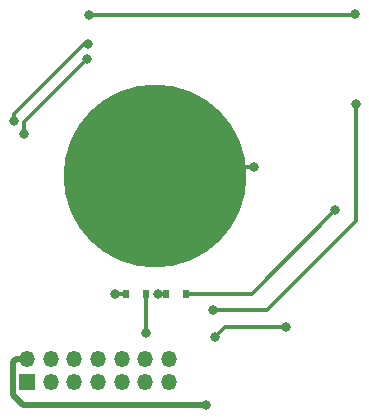
<source format=gbl>
G04 #@! TF.GenerationSoftware,KiCad,Pcbnew,no-vcs-found-2237de0~58~ubuntu16.04.1*
G04 #@! TF.CreationDate,2017-06-29T15:00:42+03:00*
G04 #@! TF.ProjectId,livolo_1_channel_1way_eu_switch,6C69766F6C6F5F315F6368616E6E656C,rev?*
G04 #@! TF.SameCoordinates,Original
G04 #@! TF.FileFunction,Copper,L2,Bot,Signal*
G04 #@! TF.FilePolarity,Positive*
%FSLAX46Y46*%
G04 Gerber Fmt 4.6, Leading zero omitted, Abs format (unit mm)*
G04 Created by KiCad (PCBNEW no-vcs-found-2237de0~58~ubuntu16.04.1) date Thu Jun 29 15:00:42 2017*
%MOMM*%
%LPD*%
G01*
G04 APERTURE LIST*
%ADD10C,0.100000*%
%ADD11C,15.500000*%
%ADD12R,0.600000X0.800000*%
%ADD13O,1.350000X1.350000*%
%ADD14R,1.350000X1.350000*%
%ADD15C,0.800000*%
%ADD16C,0.300000*%
%ADD17C,0.500000*%
G04 APERTURE END LIST*
D10*
D11*
X142500000Y-92100000D03*
D12*
X143400000Y-102050000D03*
X145100000Y-102050000D03*
X140050000Y-102050000D03*
X141750000Y-102050000D03*
D13*
X143650000Y-107550000D03*
X143650000Y-109550000D03*
X141650000Y-107550000D03*
X141650000Y-109550000D03*
X139650000Y-107550000D03*
X139650000Y-109550000D03*
X137650000Y-107550000D03*
X137650000Y-109550000D03*
X135650000Y-107550000D03*
X135650000Y-109550000D03*
X133650000Y-107550000D03*
X133650000Y-109550000D03*
X131650000Y-107550000D03*
D14*
X131650000Y-109550000D03*
D15*
X157700000Y-95000000D03*
X159400000Y-78400000D03*
X136900000Y-78500000D03*
X141700000Y-105400000D03*
X147600000Y-105700000D03*
X153600000Y-104900000D03*
X146800000Y-111500000D03*
X150900000Y-91300000D03*
X142750002Y-102100000D03*
X139130614Y-102052481D03*
X147400000Y-103400000D03*
X159500000Y-86000000D03*
X136700000Y-82200000D03*
X131400000Y-88500000D03*
X136800000Y-80900000D03*
X130500000Y-87400000D03*
D16*
X150650000Y-102050000D02*
X157700000Y-95000000D01*
X145100000Y-102050000D02*
X150650000Y-102050000D01*
X159300000Y-78500000D02*
X159400000Y-78400000D01*
X136900000Y-78500000D02*
X159300000Y-78500000D01*
X141750000Y-102050000D02*
X141750000Y-105350000D01*
X141750000Y-105350000D02*
X141700000Y-105400000D01*
X153600000Y-104900000D02*
X148400000Y-104900000D01*
X148400000Y-104900000D02*
X147600000Y-105700000D01*
D17*
X131650000Y-107550000D02*
X130695406Y-107550000D01*
X130695406Y-107550000D02*
X130424999Y-107820407D01*
X130424999Y-107820407D02*
X130424999Y-110665001D01*
X130424999Y-110665001D02*
X131259998Y-111500000D01*
X131259998Y-111500000D02*
X146800000Y-111500000D01*
D16*
X150900000Y-91300000D02*
X143300000Y-91300000D01*
X143300000Y-91300000D02*
X142500000Y-92100000D01*
X143400000Y-102050000D02*
X142800002Y-102050000D01*
X142800002Y-102050000D02*
X142750002Y-102100000D01*
X140050000Y-102050000D02*
X139133095Y-102050000D01*
X139133095Y-102050000D02*
X139130614Y-102052481D01*
X159500000Y-95900000D02*
X152000000Y-103400000D01*
X152000000Y-103400000D02*
X147400000Y-103400000D01*
X159500000Y-86000000D02*
X159500000Y-95900000D01*
X131400000Y-88500000D02*
X131400000Y-87500000D01*
X131400000Y-87500000D02*
X136700000Y-82200000D01*
X136434315Y-80900000D02*
X136800000Y-80900000D01*
X130500000Y-87400000D02*
X130500000Y-86834315D01*
X130500000Y-86834315D02*
X136434315Y-80900000D01*
M02*

</source>
